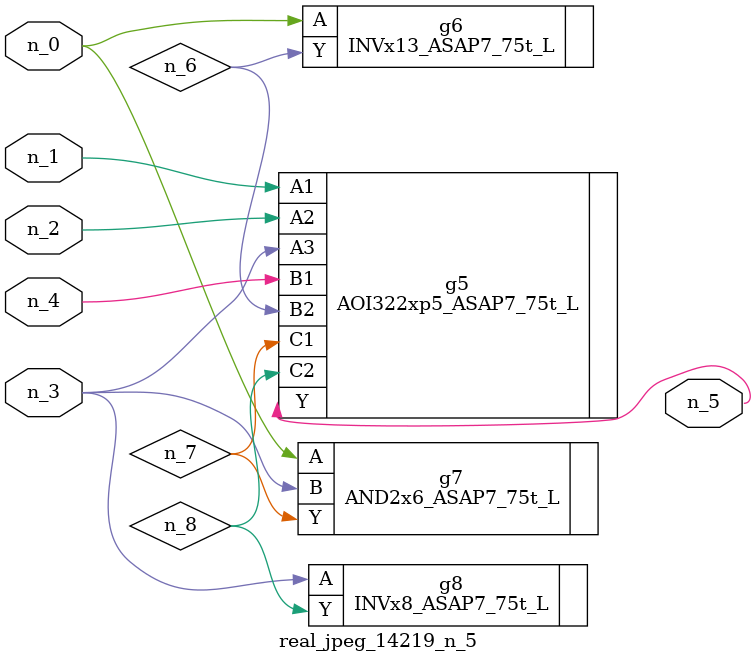
<source format=v>
module real_jpeg_14219_n_5 (n_4, n_0, n_1, n_2, n_3, n_5);

input n_4;
input n_0;
input n_1;
input n_2;
input n_3;

output n_5;

wire n_8;
wire n_6;
wire n_7;

INVx13_ASAP7_75t_L g6 ( 
.A(n_0),
.Y(n_6)
);

AND2x6_ASAP7_75t_L g7 ( 
.A(n_0),
.B(n_3),
.Y(n_7)
);

AOI322xp5_ASAP7_75t_L g5 ( 
.A1(n_1),
.A2(n_2),
.A3(n_3),
.B1(n_4),
.B2(n_6),
.C1(n_7),
.C2(n_8),
.Y(n_5)
);

INVx8_ASAP7_75t_L g8 ( 
.A(n_3),
.Y(n_8)
);


endmodule
</source>
